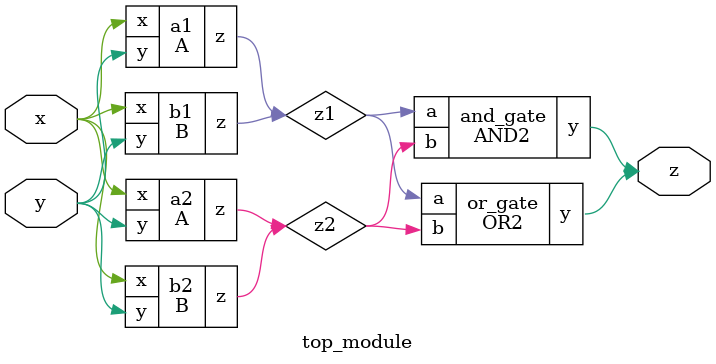
<source format=sv>
module A(
	input x,
	input y,
	output z);
	
	assign z = (x ^ y) & x;
endmodule
module B(
	input x,
	input y,
	output z);
	
	assign z = (x & ~y) | (~x & y);
endmodule
module OR2(
	input a,
	input b,
	output y);
	
	assign y = a | b;
endmodule
module AND2(
	input a,
	input b,
	output y);
	
	assign y = a & b;
endmodule
module XOR2(
	input a,
	input b,
	output y);
	
	assign y = a ^ b;
endmodule
module top_module(
	input x,
	input y,
	output z);
	
	wire z1, z2;
	
	A a1(.x(x), .y(y), .z(z1));
	B b1(.x(x), .y(y), .z(z1));
	
	A a2(.x(x), .y(y), .z(z2));
	B b2(.x(x), .y(y), .z(z2));
	
	OR2 or_gate(.a(z1), .b(z2), .y(z));
	AND2 and_gate(.a(z1), .b(z2), .y(z));
	
endmodule

</source>
